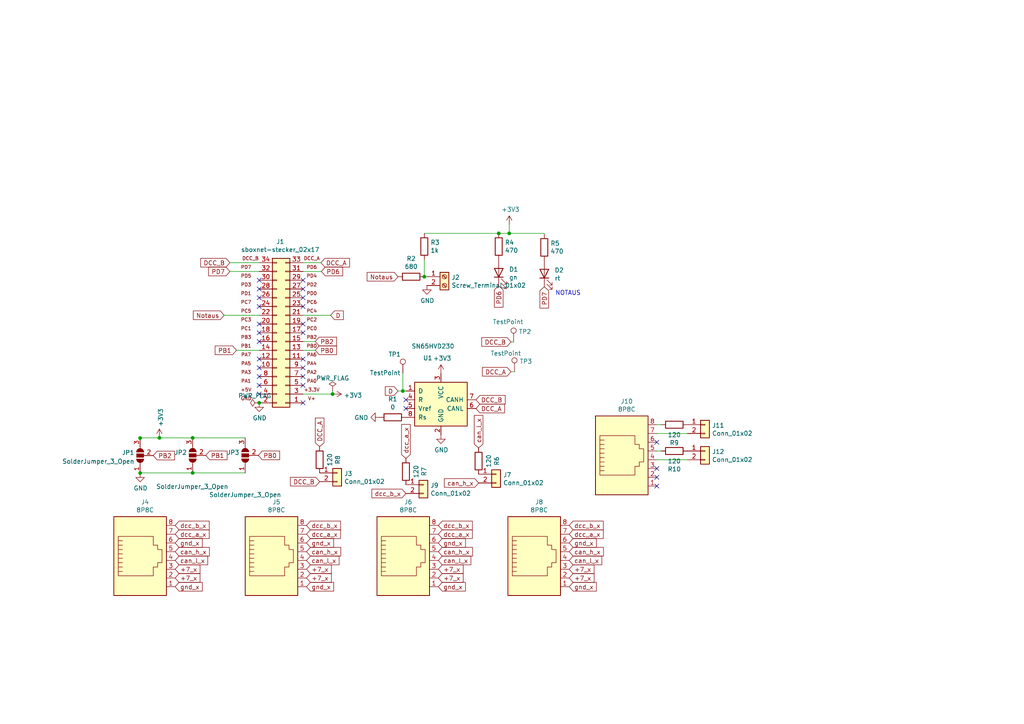
<source format=kicad_sch>
(kicad_sch (version 20211123) (generator eeschema)
  (paper "A4")
  (lib_symbols
    (symbol "Connector:8P8C" (pin_names (offset 1.016))
      (property "Reference" "J" (at -5.08 13.97 0))
      (property "Value" "8P8C" (at 2.54 13.97 0))
      (symbol "8P8C_0_1"
        (polyline (pts (xy -5.08 4.445) (xy -6.35 4.445)))
        (polyline (pts (xy -5.08 5.715) (xy -6.35 5.715)))
        (polyline (pts (xy -6.35 -3.175) (xy -5.08 -3.175) (xy -5.08 -3.175)))
        (polyline (pts (xy -6.35 -1.905) (xy -5.08 -1.905) (xy -5.08 -1.905)))
        (polyline (pts (xy -6.35 -0.635) (xy -5.08 -0.635) (xy -5.08 -0.635)))
        (polyline (pts (xy -6.35 0.635) (xy -5.08 0.635) (xy -5.08 0.635)))
        (polyline (pts (xy -6.35 1.905) (xy -5.08 1.905) (xy -5.08 1.905)))
        (polyline (pts (xy -5.08 3.175) (xy -6.35 3.175) (xy -6.35 3.175)))
        (polyline (pts (xy -6.35 -4.445) (xy -6.35 6.985) (xy 3.81 6.985) (xy 3.81 4.445) (xy 5.08 4.445) (xy 5.08 3.175) (xy 6.35 3.175) (xy 6.35 -0.635) (xy 5.08 -0.635) (xy 5.08 -1.905) (xy 3.81 -1.905) (xy 3.81 -4.445) (xy -6.35 -4.445) (xy -6.35 -4.445)))
        (rectangle (start 7.62 12.7) (end -7.62 -10.16) (stroke (width 0.254)) (fill (type background)))
      )
      (symbol "8P8C_1_1"
        (pin passive line (at 10.16 -7.62 180) (length 2.54) (name "~") (number "1"))
        (pin passive line (at 10.16 -5.08 180) (length 2.54) (name "~") (number "2"))
        (pin passive line (at 10.16 -2.54 180) (length 2.54) (name "~") (number "3"))
        (pin passive line (at 10.16 0 180) (length 2.54) (name "~") (number "4"))
        (pin passive line (at 10.16 2.54 180) (length 2.54) (name "~") (number "5"))
        (pin passive line (at 10.16 5.08 180) (length 2.54) (name "~") (number "6"))
        (pin passive line (at 10.16 7.62 180) (length 2.54) (name "~") (number "7"))
        (pin passive line (at 10.16 10.16 180) (length 2.54) (name "~") (number "8"))
      )
    )
    (symbol "Connector:Screw_Terminal_01x02" (pin_names (offset 1.016) hide)
      (property "Reference" "J" (at 0 2.54 0))
      (property "Value" "Screw_Terminal_01x02" (at 0 -5.08 0))
      (symbol "Screw_Terminal_01x02_1_1"
        (rectangle (start -1.27 1.27) (end 1.27 -3.81) (stroke (width 0.254)) (fill (type background)))
        (circle (center 0 -2.54) (radius 0.635) (stroke (width 0.1524)))
        (polyline (pts (xy -0.5334 -2.2098) (xy 0.3302 -3.048)) (stroke (width 0.1524)))
        (polyline (pts (xy -0.5334 0.3302) (xy 0.3302 -0.508)) (stroke (width 0.1524)))
        (polyline (pts (xy -0.3556 -2.032) (xy 0.508 -2.8702)) (stroke (width 0.1524)))
        (polyline (pts (xy -0.3556 0.508) (xy 0.508 -0.3302)) (stroke (width 0.1524)))
        (circle (center 0 0) (radius 0.635) (stroke (width 0.1524)))
        (pin passive line (at -5.08 0 0) (length 3.81) (name "Pin_1") (number "1"))
        (pin passive line (at -5.08 -2.54 0) (length 3.81) (name "Pin_2") (number "2"))
      )
    )
    (symbol "Connector:TestPoint" (pin_numbers hide) (pin_names (offset 0.762) hide)
      (property "Reference" "TP" (at 0 6.858 0))
      (property "Value" "TestPoint" (at 0 5.08 0))
      (symbol "TestPoint_0_1"
        (circle (center 0 3.302) (radius 0.762))
      )
      (symbol "TestPoint_1_1"
        (pin passive line (at 0 0 90) (length 2.54) (name "1") (number "1"))
      )
    )
    (symbol "Connector_Generic:Conn_01x02" (pin_names (offset 1.016) hide)
      (property "Reference" "J" (at 0 2.54 0))
      (property "Value" "Conn_01x02" (at 0 -5.08 0))
      (symbol "Conn_01x02_1_1"
        (rectangle (start -1.27 -2.413) (end 0 -2.667) (stroke (width 0.1524)))
        (rectangle (start -1.27 0.127) (end 0 -0.127) (stroke (width 0.1524)))
        (rectangle (start -1.27 1.27) (end 1.27 -3.81) (stroke (width 0.254)) (fill (type background)))
        (pin passive line (at -5.08 0 0) (length 3.81) (name "Pin_1") (number "1"))
        (pin passive line (at -5.08 -2.54 0) (length 3.81) (name "Pin_2") (number "2"))
      )
    )
    (symbol "Device:LED" (pin_numbers hide) (pin_names (offset 1.016) hide)
      (property "Reference" "D" (at 0 2.54 0))
      (property "Value" "LED" (at 0 -2.54 0))
      (symbol "LED_0_1"
        (polyline (pts (xy -1.27 -1.27) (xy -1.27 1.27)) (stroke (width 0.254)))
        (polyline (pts (xy -1.27 0) (xy 1.27 0)))
        (polyline (pts (xy 1.27 -1.27) (xy 1.27 1.27) (xy -1.27 0) (xy 1.27 -1.27)) (stroke (width 0.254)))
        (polyline (pts (xy -3.048 -0.762) (xy -4.572 -2.286) (xy -3.81 -2.286) (xy -4.572 -2.286) (xy -4.572 -1.524)))
        (polyline (pts (xy -1.778 -0.762) (xy -3.302 -2.286) (xy -2.54 -2.286) (xy -3.302 -2.286) (xy -3.302 -1.524)))
      )
      (symbol "LED_1_1"
        (pin passive line (at -3.81 0 0) (length 2.54) (name "K") (number "1"))
        (pin passive line (at 3.81 0 180) (length 2.54) (name "A") (number "2"))
      )
    )
    (symbol "Device:R" (pin_numbers hide) (pin_names (offset 0))
      (property "Reference" "R" (at 2.032 0 90))
      (property "Value" "R" (at 0 0 90))
      (symbol "R_0_1"
        (rectangle (start -1.016 -2.54) (end 1.016 2.54) (stroke (width 0.254)))
      )
      (symbol "R_1_1"
        (pin passive line (at 0 3.81 270) (length 1.27) (name "~") (number "1"))
        (pin passive line (at 0 -3.81 90) (length 1.27) (name "~") (number "2"))
      )
    )
    (symbol "Interface_CAN_LIN:SN65HVD230" (pin_names (offset 1.016))
      (property "Reference" "U" (at -2.54 10.16 0))
      (property "Value" "SN65HVD230" (at -2.54 7.62 0))
      (symbol "SN65HVD230_0_1"
        (rectangle (start -7.62 5.08) (end 7.62 -7.62) (stroke (width 0.254)) (fill (type background)))
      )
      (symbol "SN65HVD230_1_1"
        (pin input line (at -10.16 2.54 0) (length 2.54) (name "D") (number "1"))
        (pin power_in line (at 0 -10.16 90) (length 2.54) (name "GND") (number "2"))
        (pin power_in line (at 0 7.62 270) (length 2.54) (name "VCC") (number "3"))
        (pin output line (at -10.16 0 0) (length 2.54) (name "R") (number "4"))
        (pin output line (at -10.16 -2.54 0) (length 2.54) (name "Vref") (number "5"))
        (pin bidirectional line (at 10.16 -2.54 180) (length 2.54) (name "CANL") (number "6"))
        (pin bidirectional line (at 10.16 0 180) (length 2.54) (name "CANH") (number "7"))
        (pin input line (at -10.16 -5.08 0) (length 2.54) (name "Rs") (number "8"))
      )
    )
    (symbol "Jumper:SolderJumper_3_Open" (pin_names (offset 0) hide)
      (property "Reference" "JP" (at -2.54 -2.54 0))
      (property "Value" "SolderJumper_3_Open" (at 0 2.794 0))
      (symbol "SolderJumper_3_Open_0_1"
        (arc (start -1.016 1.016) (mid -2.032 0) (end -1.016 -1.016))
        (arc (start -1.016 1.016) (mid -2.032 0) (end -1.016 -1.016) (fill (type outline)))
        (rectangle (start -0.508 1.016) (end 0.508 -1.016) (fill (type outline)))
        (polyline (pts (xy -2.54 0) (xy -2.032 0)))
        (polyline (pts (xy -1.016 1.016) (xy -1.016 -1.016)))
        (polyline (pts (xy 0 -1.27) (xy 0 -1.016)))
        (polyline (pts (xy 1.016 1.016) (xy 1.016 -1.016)))
        (polyline (pts (xy 2.54 0) (xy 2.032 0)))
        (arc (start 1.016 -1.016) (mid 2.032 0) (end 1.016 1.016))
        (arc (start 1.016 -1.016) (mid 2.032 0) (end 1.016 1.016) (fill (type outline)))
      )
      (symbol "SolderJumper_3_Open_1_1"
        (pin passive line (at -5.08 0 0) (length 2.54) (name "A") (number "1"))
        (pin passive line (at 0 -3.81 90) (length 2.54) (name "C") (number "2"))
        (pin passive line (at 5.08 0 180) (length 2.54) (name "B") (number "3"))
      )
    )
    (symbol "power:+3.3V" (power) (pin_names (offset 0))
      (property "Value" "+3.3V" (at 0 3.556 0))
      (symbol "+3.3V_0_1"
        (polyline (pts (xy -0.762 1.27) (xy 0 2.54)))
        (polyline (pts (xy 0 0) (xy 0 2.54)))
        (polyline (pts (xy 0 2.54) (xy 0.762 1.27)))
      )
      (symbol "+3.3V_1_1"
        (pin power_in line (at 0 0 90) (length 0) hide (name "+3V3") (number "1"))
      )
    )
    (symbol "power:GND" (power) (pin_names (offset 0))
      (property "Value" "GND" (at 0 -3.81 0))
      (symbol "GND_0_1"
        (polyline (pts (xy 0 0) (xy 0 -1.27) (xy 1.27 -1.27) (xy 0 -2.54) (xy -1.27 -1.27) (xy 0 -1.27)))
      )
      (symbol "GND_1_1"
        (pin power_in line (at 0 0 270) (length 0) hide (name "GND") (number "1"))
      )
    )
    (symbol "power:PWR_FLAG" (power) (pin_numbers hide) (pin_names (offset 0) hide)
      (property "Value" "PWR_FLAG" (at 0 3.81 0))
      (symbol "PWR_FLAG_0_0"
        (pin power_out line (at 0 0 90) (length 0) (name "pwr") (number "1"))
      )
      (symbol "PWR_FLAG_0_1"
        (polyline (pts (xy 0 0) (xy 0 1.27) (xy -1.016 1.905) (xy 0 2.54) (xy 1.016 1.905) (xy 0 1.27)))
      )
    )
    (symbol "sboxnet:sboxnet-stecker_02x17" (pin_names (offset 1.016) hide)
      (property "Reference" "J" (at 0 24.13 0))
      (property "Value" "sboxnet-stecker_02x17" (at 1.27 -22.86 0))
      (symbol "sboxnet-stecker_02x17_0_0"
        (text "+3.3V" (at 8.89 -16.51 0) (effects (font (size 0.9906 0.9906))))
        (text "+5V" (at -10.16 -16.51 0) (effects (font (size 0.9906 0.9906))))
        (text "DCC_A" (at 8.89 21.59 0) (effects (font (size 0.9906 0.9906))))
        (text "DCC_B" (at -8.89 21.59 0) (effects (font (size 0.9906 0.9906))))
        (text "GND" (at -10.16 -19.05 0) (effects (font (size 0.9906 0.9906))))
        (text "PA0" (at 8.89 -13.97 0) (effects (font (size 0.9906 0.9906))))
        (text "PA1" (at -10.16 -13.97 0) (effects (font (size 0.9906 0.9906))))
        (text "PA2" (at 8.89 -11.43 0) (effects (font (size 0.9906 0.9906))))
        (text "PA3" (at -10.16 -11.43 0) (effects (font (size 0.9906 0.9906))))
        (text "PA4" (at 8.89 -8.89 0) (effects (font (size 0.9906 0.9906))))
        (text "PA5" (at -10.16 -8.89 0) (effects (font (size 0.9906 0.9906))))
        (text "PA6" (at 8.89 -6.35 0) (effects (font (size 0.9906 0.9906))))
        (text "PA7" (at -10.16 -6.35 0) (effects (font (size 0.9906 0.9906))))
        (text "PB0" (at 8.89 -3.81 0) (effects (font (size 0.9906 0.9906))))
        (text "PB1" (at -10.16 -3.81 0) (effects (font (size 0.9906 0.9906))))
        (text "PB2" (at 8.89 -1.27 0) (effects (font (size 0.9906 0.9906))))
        (text "PB3" (at -10.16 -1.27 0) (effects (font (size 0.9906 0.9906))))
        (text "PC0" (at 8.89 1.27 0) (effects (font (size 0.9906 0.9906))))
        (text "PC1" (at -10.16 1.27 0) (effects (font (size 0.9906 0.9906))))
        (text "PC2" (at 8.89 3.81 0) (effects (font (size 0.9906 0.9906))))
        (text "PC3" (at -10.16 3.81 0) (effects (font (size 0.9906 0.9906))))
        (text "PC4" (at 8.89 6.35 0) (effects (font (size 0.9906 0.9906))))
        (text "PC5" (at -10.16 6.35 0) (effects (font (size 0.9906 0.9906))))
        (text "PC6" (at 8.89 8.89 0) (effects (font (size 0.9906 0.9906))))
        (text "PC7" (at -10.16 8.89 0) (effects (font (size 0.9906 0.9906))))
        (text "PD0" (at 8.89 11.43 0) (effects (font (size 0.9906 0.9906))))
        (text "PD1" (at -10.16 11.43 0) (effects (font (size 0.9906 0.9906))))
        (text "PD2" (at 8.89 13.97 0) (effects (font (size 0.9906 0.9906))))
        (text "PD3" (at -10.16 13.97 0) (effects (font (size 0.9906 0.9906))))
        (text "PD4" (at 8.89 16.51 0) (effects (font (size 0.9906 0.9906))))
        (text "PD5" (at -10.16 16.51 0) (effects (font (size 0.9906 0.9906))))
        (text "PD6" (at 8.89 19.05 0) (effects (font (size 0.9906 0.9906))))
        (text "PD7" (at -10.16 19.05 0) (effects (font (size 0.9906 0.9906))))
        (text "V+" (at 8.89 -19.05 0) (effects (font (size 0.9906 0.9906))))
      )
      (symbol "sboxnet-stecker_02x17_1_1"
        (rectangle (start -2.54 -21.59) (end 2.54 21.59) (stroke (width 0.254)) (fill (type background)))
        (rectangle (start -2.54 -20.447) (end -1.27 -20.193) (stroke (width 0.1524)))
        (rectangle (start -2.54 -17.907) (end -1.27 -17.653) (stroke (width 0.1524)))
        (rectangle (start -2.54 -15.367) (end -1.27 -15.113) (stroke (width 0.1524)))
        (rectangle (start -2.54 -12.827) (end -1.27 -12.573) (stroke (width 0.1524)))
        (rectangle (start -2.54 -10.287) (end -1.27 -10.033) (stroke (width 0.1524)))
        (rectangle (start -2.54 -7.747) (end -1.27 -7.493) (stroke (width 0.1524)))
        (rectangle (start -2.54 -5.207) (end -1.27 -4.953) (stroke (width 0.1524)))
        (rectangle (start -2.54 -2.667) (end -1.27 -2.413) (stroke (width 0.1524)))
        (rectangle (start -2.54 -0.127) (end -1.27 0.127) (stroke (width 0.1524)))
        (rectangle (start -2.54 2.413) (end -1.27 2.667) (stroke (width 0.1524)))
        (rectangle (start -2.54 4.953) (end -1.27 5.207) (stroke (width 0.1524)))
        (rectangle (start -2.54 7.493) (end -1.27 7.747) (stroke (width 0.1524)))
        (rectangle (start -2.54 10.033) (end -1.27 10.287) (stroke (width 0.1524)))
        (rectangle (start -2.54 12.573) (end -1.27 12.827) (stroke (width 0.1524)))
        (rectangle (start -2.54 15.113) (end -1.27 15.367) (stroke (width 0.1524)))
        (rectangle (start -2.54 17.653) (end -1.27 17.907) (stroke (width 0.1524)))
        (rectangle (start -2.54 20.193) (end -1.27 20.447) (stroke (width 0.1524)))
        (rectangle (start 2.54 -20.447) (end 1.27 -20.193) (stroke (width 0.1524)))
        (rectangle (start 2.54 -17.907) (end 1.27 -17.653) (stroke (width 0.1524)))
        (rectangle (start 2.54 -15.367) (end 1.27 -15.113) (stroke (width 0.1524)))
        (rectangle (start 2.54 -12.827) (end 1.27 -12.573) (stroke (width 0.1524)))
        (rectangle (start 2.54 -10.287) (end 1.27 -10.033) (stroke (width 0.1524)))
        (rectangle (start 2.54 -7.747) (end 1.27 -7.493) (stroke (width 0.1524)))
        (rectangle (start 2.54 -5.207) (end 1.27 -4.953) (stroke (width 0.1524)))
        (rectangle (start 2.54 -2.667) (end 1.27 -2.413) (stroke (width 0.1524)))
        (rectangle (start 2.54 -0.127) (end 1.27 0.127) (stroke (width 0.1524)))
        (rectangle (start 2.54 2.413) (end 1.27 2.667) (stroke (width 0.1524)))
        (rectangle (start 2.54 4.953) (end 1.27 5.207) (stroke (width 0.1524)))
        (rectangle (start 2.54 7.493) (end 1.27 7.747) (stroke (width 0.1524)))
        (rectangle (start 2.54 10.033) (end 1.27 10.287) (stroke (width 0.1524)))
        (rectangle (start 2.54 12.573) (end 1.27 12.827) (stroke (width 0.1524)))
        (rectangle (start 2.54 15.113) (end 1.27 15.367) (stroke (width 0.1524)))
        (rectangle (start 2.54 17.653) (end 1.27 17.907) (stroke (width 0.1524)))
        (rectangle (start 2.54 20.193) (end 1.27 20.447) (stroke (width 0.1524)))
        (pin passive line (at 6.35 -20.32 180) (length 3.81) (name "Pin_1") (number "1"))
        (pin passive line (at -6.35 -10.16 0) (length 3.81) (name "Pin_10") (number "10"))
        (pin passive line (at 6.35 -7.62 180) (length 3.81) (name "Pin_11") (number "11"))
        (pin passive line (at -6.35 -7.62 0) (length 3.81) (name "Pin_12") (number "12"))
        (pin passive line (at 6.35 -5.08 180) (length 3.81) (name "Pin_13") (number "13"))
        (pin passive line (at -6.35 -5.08 0) (length 3.81) (name "Pin_14") (number "14"))
        (pin passive line (at 6.35 -2.54 180) (length 3.81) (name "Pin_15") (number "15"))
        (pin passive line (at -6.35 -2.54 0) (length 3.81) (name "Pin_16") (number "16"))
        (pin passive line (at 6.35 0 180) (length 3.81) (name "Pin_17") (number "17"))
        (pin passive line (at -6.35 0 0) (length 3.81) (name "Pin_18") (number "18"))
        (pin passive line (at 6.35 2.54 180) (length 3.81) (name "Pin_19") (number "19"))
        (pin passive line (at -6.35 -20.32 0) (length 3.81) (name "Pin_2") (number "2"))
        (pin passive line (at -6.35 2.54 0) (length 3.81) (name "Pin_20") (number "20"))
        (pin passive line (at 6.35 5.08 180) (length 3.81) (name "Pin_21") (number "21"))
        (pin passive line (at -6.35 5.08 0) (length 3.81) (name "Pin_22") (number "22"))
        (pin passive line (at 6.35 7.62 180) (length 3.81) (name "Pin_23") (number "23"))
        (pin passive line (at -6.35 7.62 0) (length 3.81) (name "Pin_24") (number "24"))
        (pin passive line (at 6.35 10.16 180) (length 3.81) (name "Pin_25") (number "25"))
        (pin passive line (at -6.35 10.16 0) (length 3.81) (name "Pin_26") (number "26"))
        (pin passive line (at 6.35 12.7 180) (length 3.81) (name "Pin_27") (number "27"))
        (pin passive line (at -6.35 12.7 0) (length 3.81) (name "Pin_28") (number "28"))
        (pin passive line (at 6.35 15.24 180) (length 3.81) (name "Pin_29") (number "29"))
        (pin passive line (at 6.35 -17.78 180) (length 3.81) (name "Pin_3") (number "3"))
        (pin passive line (at -6.35 15.24 0) (length 3.81) (name "Pin_30") (number "30"))
        (pin passive line (at 6.35 17.78 180) (length 3.81) (name "Pin_31") (number "31"))
        (pin passive line (at -6.35 17.78 0) (length 3.81) (name "PD7") (number "32"))
        (pin passive line (at 6.35 20.32 180) (length 3.81) (name "Pin_33") (number "33"))
        (pin passive line (at -6.35 20.32 0) (length 3.81) (name "Pin_34") (number "34"))
        (pin passive line (at -6.35 -17.78 0) (length 3.81) (name "Pin_4") (number "4"))
        (pin passive line (at 6.35 -15.24 180) (length 3.81) (name "Pin_5") (number "5"))
        (pin passive line (at -6.35 -15.24 0) (length 3.81) (name "Pin_6") (number "6"))
        (pin passive line (at 6.35 -12.7 180) (length 3.81) (name "Pin_7") (number "7"))
        (pin passive line (at -6.35 -12.7 0) (length 3.81) (name "Pin_8") (number "8"))
        (pin passive line (at 6.35 -10.16 180) (length 3.81) (name "Pin_9") (number "9"))
      )
    )
  )
  (junction (at 116.84 113.411))
  (junction (at 123.063 80.264))
  (junction (at 147.701 67.691))
  (junction (at 40.64 127.0508))
  (junction (at 46.228 127))
  (junction (at 96.4692 114.3))
  (junction (at 144.653 67.691))
  (junction (at 75.184 116.84))
  (junction (at 55.88 127))
  (junction (at 55.88 137.16))
  (junction (at 40.64 137.2108))
  (no_connect (at 87.884 111.76))
  (no_connect (at 190.5 140.97))
  (no_connect (at 190.5 138.43))
  (no_connect (at 75.184 93.98))
  (no_connect (at 75.184 111.76))
  (no_connect (at 75.184 86.36))
  (no_connect (at 117.729 115.951))
  (no_connect (at 87.884 93.98))
  (no_connect (at 87.884 88.9))
  (no_connect (at 87.884 83.82))
  (no_connect (at 75.184 83.82))
  (no_connect (at 87.884 104.14))
  (no_connect (at 75.184 96.52))
  (no_connect (at 75.184 88.9))
  (no_connect (at 117.729 118.491))
  (no_connect (at 87.884 109.22))
  (no_connect (at 75.184 114.3))
  (no_connect (at 87.884 81.28))
  (no_connect (at 75.184 106.68))
  (no_connect (at 87.884 86.36))
  (no_connect (at 87.884 116.84))
  (no_connect (at 75.184 104.14))
  (no_connect (at 75.184 109.22))
  (no_connect (at 75.184 81.28))
  (no_connect (at 75.184 99.06))
  (no_connect (at 87.884 106.68))
  (no_connect (at 190.5 128.27))
  (no_connect (at 190.5 135.89))
  (no_connect (at 87.884 96.52))
  (wire (pts (xy 87.884 76.2) (xy 93.091 76.2)))
  (wire (pts (xy 123.063 80.264) (xy 123.825 80.264)))
  (wire (pts (xy 93.218 78.74) (xy 87.884 78.74)))
  (wire (pts (xy 55.88 127) (xy 71.12 127)))
  (wire (pts (xy 66.675 76.2) (xy 75.184 76.2)))
  (wire (pts (xy 55.88 137.16) (xy 71.12 137.16)))
  (wire (pts (xy 87.884 99.06) (xy 91.44 99.06)))
  (wire (pts (xy 148.209 99.187) (xy 148.971 99.187)))
  (wire (pts (xy 147.701 65.151) (xy 147.701 67.691)))
  (wire (pts (xy 116.84 113.411) (xy 117.729 113.411)))
  (wire (pts (xy 115.443 113.411) (xy 116.84 113.411)))
  (wire (pts (xy 190.5 133.35) (xy 199.39 133.35)))
  (wire (pts (xy 46.228 127) (xy 55.88 127)))
  (wire (pts (xy 40.64 137.16) (xy 55.88 137.16)))
  (wire (pts (xy 147.701 67.691) (xy 157.861 67.691)))
  (wire (pts (xy 68.58 101.6) (xy 75.184 101.6)))
  (wire (pts (xy 123.063 67.691) (xy 144.653 67.691)))
  (wire (pts (xy 87.884 114.3) (xy 96.4692 114.3)))
  (wire (pts (xy 96.4692 113.284) (xy 96.4692 114.3)))
  (wire (pts (xy 87.884 91.44) (xy 95.885 91.44)))
  (wire (pts (xy 40.64 137.16) (xy 40.64 137.2108)))
  (wire (pts (xy 123.063 75.311) (xy 123.063 80.264)))
  (wire (pts (xy 66.675 78.74) (xy 75.184 78.74)))
  (wire (pts (xy 87.884 101.6) (xy 91.44 101.6)))
  (wire (pts (xy 40.64 127) (xy 40.64 127.0508)))
  (wire (pts (xy 157.861 67.691) (xy 157.861 67.945)))
  (wire (pts (xy 148.209 107.823) (xy 149.225 107.823)))
  (wire (pts (xy 40.64 127) (xy 46.228 127)))
  (wire (pts (xy 65.024 91.44) (xy 75.184 91.44)))
  (wire (pts (xy 190.5 123.19) (xy 191.77 123.19)))
  (wire (pts (xy 190.5 130.81) (xy 191.77 130.81)))
  (wire (pts (xy 116.84 108.204) (xy 116.84 113.411)))
  (wire (pts (xy 144.653 67.691) (xy 147.701 67.691)))
  (wire (pts (xy 190.5 125.73) (xy 199.39 125.73)))
  (text "NOTAUS" (at 161.036 85.852 0) (effects (font (size 1.27 1.27)) (justify left bottom)))
  (global_label "gnd_x" (shape input) (at 127.127 157.48 0) (property "Referenzen zwischen Schaltplänen" "${INTERSHEET_REFS}" (effects hide)))
  (global_label "dcc_a_x" (shape input) (at 165.1 154.94 0) (property "Referenzen zwischen Schaltplänen" "${INTERSHEET_REFS}" (effects hide)))
  (global_label "can_l_x" (shape input) (at 50.8 162.56 0) (property "Referenzen zwischen Schaltplänen" "${INTERSHEET_REFS}" (effects hide)))
  (global_label "dcc_a_x" (shape input) (at 117.729 132.969 90) (property "Referenzen zwischen Schaltplänen" "${INTERSHEET_REFS}" (effects hide)))
  (global_label "can_l_x" (shape input) (at 165.1 162.56 0) (property "Referenzen zwischen Schaltplänen" "${INTERSHEET_REFS}" (effects hide)))
  (global_label "PD6" (shape input) (at 93.218 78.74 0) (property "Referenzen zwischen Schaltplänen" "${INTERSHEET_REFS}" (effects hide)))
  (global_label "+7_x" (shape input) (at 50.8 165.1 0) (property "Referenzen zwischen Schaltplänen" "${INTERSHEET_REFS}" (effects hide)))
  (global_label "can_l_x" (shape input) (at 88.9 162.56 0) (property "Referenzen zwischen Schaltplänen" "${INTERSHEET_REFS}" (effects hide)))
  (global_label "can_l_x" (shape input) (at 138.811 129.921 90) (property "Referenzen zwischen Schaltplänen" "${INTERSHEET_REFS}" (effects hide)))
  (global_label "can_h_x" (shape input) (at 88.9 160.02 0) (property "Referenzen zwischen Schaltplänen" "${INTERSHEET_REFS}" (effects hide)))
  (global_label "can_h_x" (shape input) (at 138.811 140.081 180) (property "Referenzen zwischen Schaltplänen" "${INTERSHEET_REFS}" (effects hide)))
  (global_label "gnd_x" (shape input) (at 165.1 157.48 0) (property "Referenzen zwischen Schaltplänen" "${INTERSHEET_REFS}" (effects hide)))
  (global_label "gnd_x" (shape input) (at 165.1 170.18 0) (property "Referenzen zwischen Schaltplänen" "${INTERSHEET_REFS}" (effects hide)))
  (global_label "dcc_b_x" (shape input) (at 127.127 152.4 0) (property "Referenzen zwischen Schaltplänen" "${INTERSHEET_REFS}" (effects hide)))
  (global_label "gnd_x" (shape input) (at 88.9 170.18 0) (property "Referenzen zwischen Schaltplänen" "${INTERSHEET_REFS}" (effects hide)))
  (global_label "dcc_b_x" (shape input) (at 117.729 143.129 180) (property "Referenzen zwischen Schaltplänen" "${INTERSHEET_REFS}" (effects hide)))
  (global_label "dcc_b_x" (shape input) (at 165.1 152.4 0) (property "Referenzen zwischen Schaltplänen" "${INTERSHEET_REFS}" (effects hide)))
  (global_label "DCC_A" (shape input) (at 93.091 76.2 0) (property "Referenzen zwischen Schaltplänen" "${INTERSHEET_REFS}" (effects hide)))
  (global_label "PB0" (shape input) (at 74.93 132.08 0) (property "Referenzen zwischen Schaltplänen" "${INTERSHEET_REFS}" (effects hide)))
  (global_label "Notaus" (shape input) (at 65.024 91.44 180) (property "Referenzen zwischen Schaltplänen" "${INTERSHEET_REFS}" (effects hide)))
  (global_label "D" (shape input) (at 115.443 113.411 180) (property "Referenzen zwischen Schaltplänen" "${INTERSHEET_REFS}" (effects hide)))
  (global_label "DCC_A" (shape input) (at 138.049 118.491 0) (property "Referenzen zwischen Schaltplänen" "${INTERSHEET_REFS}" (effects hide)))
  (global_label "PB2" (shape input) (at 91.44 99.06 0) (property "Referenzen zwischen Schaltplänen" "${INTERSHEET_REFS}" (effects hide)))
  (global_label "PD7" (shape input) (at 157.861 83.185 270) (property "Referenzen zwischen Schaltplänen" "${INTERSHEET_REFS}" (effects hide)))
  (global_label "can_l_x" (shape input) (at 127.127 162.56 0) (property "Referenzen zwischen Schaltplänen" "${INTERSHEET_REFS}" (effects hide)))
  (global_label "can_h_x" (shape input) (at 165.1 160.02 0) (property "Referenzen zwischen Schaltplänen" "${INTERSHEET_REFS}" (effects hide)))
  (global_label "DCC_B" (shape input) (at 148.209 99.187 180) (property "Referenzen zwischen Schaltplänen" "${INTERSHEET_REFS}" (effects hide)))
  (global_label "dcc_a_x" (shape input) (at 127.127 154.94 0) (property "Referenzen zwischen Schaltplänen" "${INTERSHEET_REFS}" (effects hide)))
  (global_label "PB1" (shape input) (at 59.69 132.08 0) (property "Referenzen zwischen Schaltplänen" "${INTERSHEET_REFS}" (effects hide)))
  (global_label "PD7" (shape input) (at 66.675 78.74 180) (property "Referenzen zwischen Schaltplänen" "${INTERSHEET_REFS}" (effects hide)))
  (global_label "dcc_b_x" (shape input) (at 88.9 152.4 0) (property "Referenzen zwischen Schaltplänen" "${INTERSHEET_REFS}" (effects hide)))
  (global_label "+7_x" (shape input) (at 165.1 165.1 0) (property "Referenzen zwischen Schaltplänen" "${INTERSHEET_REFS}" (effects hide)))
  (global_label "DCC_A" (shape input) (at 148.209 107.823 180) (property "Referenzen zwischen Schaltplänen" "${INTERSHEET_REFS}" (effects hide)))
  (global_label "D" (shape input) (at 95.885 91.44 0) (property "Referenzen zwischen Schaltplänen" "${INTERSHEET_REFS}" (effects hide)))
  (global_label "dcc_a_x" (shape input) (at 50.8 154.94 0) (property "Referenzen zwischen Schaltplänen" "${INTERSHEET_REFS}" (effects hide)))
  (global_label "+7_x" (shape input) (at 88.9 167.64 0) (property "Referenzen zwischen Schaltplänen" "${INTERSHEET_REFS}" (effects hide)))
  (global_label "dcc_b_x" (shape input) (at 50.8 152.4 0) (property "Referenzen zwischen Schaltplänen" "${INTERSHEET_REFS}" (effects hide)))
  (global_label "+7_x" (shape input) (at 127.127 167.64 0) (property "Referenzen zwischen Schaltplänen" "${INTERSHEET_REFS}" (effects hide)))
  (global_label "gnd_x" (shape input) (at 88.9 157.48 0) (property "Referenzen zwischen Schaltplänen" "${INTERSHEET_REFS}" (effects hide)))
  (global_label "dcc_a_x" (shape input) (at 88.9 154.94 0) (property "Referenzen zwischen Schaltplänen" "${INTERSHEET_REFS}" (effects hide)))
  (global_label "gnd_x" (shape input) (at 127.127 170.18 0) (property "Referenzen zwischen Schaltplänen" "${INTERSHEET_REFS}" (effects hide)))
  (global_label "Notaus" (shape input) (at 115.443 80.264 180) (property "Referenzen zwischen Schaltplänen" "${INTERSHEET_REFS}" (effects hide)))
  (global_label "PB0" (shape input) (at 91.44 101.6 0) (property "Referenzen zwischen Schaltplänen" "${INTERSHEET_REFS}" (effects hide)))
  (global_label "can_h_x" (shape input) (at 127.127 160.02 0) (property "Referenzen zwischen Schaltplänen" "${INTERSHEET_REFS}" (effects hide)))
  (global_label "+7_x" (shape input) (at 88.9 165.1 0) (property "Referenzen zwischen Schaltplänen" "${INTERSHEET_REFS}" (effects hide)))
  (global_label "+7_x" (shape input) (at 165.1 167.64 0) (property "Referenzen zwischen Schaltplänen" "${INTERSHEET_REFS}" (effects hide)))
  (global_label "+7_x" (shape input) (at 50.8 167.64 0) (property "Referenzen zwischen Schaltplänen" "${INTERSHEET_REFS}" (effects hide)))
  (global_label "PB1" (shape input) (at 68.58 101.6 180) (property "Referenzen zwischen Schaltplänen" "${INTERSHEET_REFS}" (effects hide)))
  (global_label "gnd_x" (shape input) (at 50.8 170.18 0) (property "Referenzen zwischen Schaltplänen" "${INTERSHEET_REFS}" (effects hide)))
  (global_label "DCC_B" (shape input) (at 138.049 115.951 0) (property "Referenzen zwischen Schaltplänen" "${INTERSHEET_REFS}" (effects hide)))
  (global_label "DCC_B" (shape input) (at 66.675 76.2 180) (property "Referenzen zwischen Schaltplänen" "${INTERSHEET_REFS}" (effects hide)))
  (global_label "can_h_x" (shape input) (at 50.8 160.02 0) (property "Referenzen zwischen Schaltplänen" "${INTERSHEET_REFS}" (effects hide)))
  (global_label "+7_x" (shape input) (at 127.127 165.1 0) (property "Referenzen zwischen Schaltplänen" "${INTERSHEET_REFS}" (effects hide)))
  (global_label "DCC_A" (shape input) (at 92.71 129.54 90) (property "Referenzen zwischen Schaltplänen" "${INTERSHEET_REFS}" (effects hide)))
  (global_label "DCC_B" (shape input) (at 92.71 139.7 180) (property "Referenzen zwischen Schaltplänen" "${INTERSHEET_REFS}" (effects hide)))
  (global_label "PB2" (shape input) (at 44.45 132.1308 0) (property "Referenzen zwischen Schaltplänen" "${INTERSHEET_REFS}" (effects hide)))
  (global_label "PD6" (shape input) (at 144.653 82.931 270) (property "Referenzen zwischen Schaltplänen" "${INTERSHEET_REFS}" (effects hide)))
  (global_label "gnd_x" (shape input) (at 50.8 157.48 0) (property "Referenzen zwischen Schaltplänen" "${INTERSHEET_REFS}" (effects hide)))
  (symbol (lib_id "sboxnet:sboxnet-stecker_02x17") (at 81.534 96.52 0) (unit 1)
    (property "Reference" "J1" (at 81.28 70.104 0))
    (property "Value" "sboxnet-stecker_02x17" (at 81.28 72.4154 0))
    (property "Footprint" "sboxnet:sboxnet-stecker-2x17" (effects hide))
  )
  (symbol (lib_id "power:GND") (at 75.184 116.84 0) (unit 1)
    (property "Reference" "#PWR0101" (effects hide))
    (property "Value" "GND" (at 75.311 121.2342 0))
  )
  (symbol (lib_id "power:+3.3V") (at 96.4692 114.3 270) (unit 1)
    (property "Reference" "#PWR0102" (effects hide))
    (property "Value" "+3.3V" (at 99.7204 114.681 90) (effects (justify left)))
  )
  (symbol (lib_id "Interface_CAN_LIN:SN65HVD230") (at 127.889 115.951 0) (unit 1)
    (property "Reference" "U1" (at 124.0536 103.8352 0))
    (property "Value" "SN65HVD230" (at 125.5776 100.4316 0))
    (property "Footprint" "Package_SO:SOIC-8_3.9x4.9mm_P1.27mm" (effects hide))
    (property "Datasheet" "http://www.ti.com/lit/ds/symlink/sn65hvd230.pdf" (effects hide))
  )
  (symbol (lib_id "power:+3.3V") (at 127.889 108.331 0) (unit 1)
    (property "Reference" "#PWR0103" (effects hide))
    (property "Value" "+3.3V" (at 128.27 103.9368 0))
  )
  (symbol (lib_id "power:GND") (at 127.889 126.111 0) (unit 1)
    (property "Reference" "#PWR0104" (effects hide))
    (property "Value" "GND" (at 128.016 130.5052 0))
  )
  (symbol (lib_id "Device:R") (at 113.919 121.031 270) (unit 1)
    (property "Reference" "R1" (at 113.919 115.7732 90))
    (property "Value" "0" (at 113.919 118.0846 90))
    (property "Footprint" "Resistor_SMD:R_1206_3216Metric" (effects hide))
  )
  (symbol (lib_id "power:GND") (at 110.109 121.031 270) (unit 1)
    (property "Reference" "#PWR0105" (effects hide))
    (property "Value" "GND" (at 106.8578 121.158 90) (effects (justify right)))
  )
  (symbol (lib_id "Device:R") (at 144.653 71.501 180) (unit 1)
    (property "Reference" "R4" (at 146.431 70.3326 0) (effects (justify right)))
    (property "Value" "470" (at 146.431 72.644 0) (effects (justify right)))
    (property "Footprint" "Resistor_SMD:R_1206_3216Metric" (effects hide))
  )
  (symbol (lib_id "Device:R") (at 157.861 71.755 180) (unit 1)
    (property "Reference" "R5" (at 159.639 70.5866 0) (effects (justify right)))
    (property "Value" "470" (at 159.639 72.898 0) (effects (justify right)))
    (property "Footprint" "Resistor_SMD:R_1206_3216Metric" (effects hide))
  )
  (symbol (lib_id "Device:LED") (at 144.653 79.121 90) (unit 1)
    (property "Reference" "D1" (at 147.6248 78.1304 90) (effects (justify right)))
    (property "Value" "gn" (at 147.6248 80.4418 90) (effects (justify right)))
    (property "Footprint" "LED_THT:LED_D3.0mm" (effects hide))
  )
  (symbol (lib_id "Device:LED") (at 157.861 79.375 90) (unit 1)
    (property "Reference" "D2" (at 160.8328 78.3844 90) (effects (justify right)))
    (property "Value" "rt" (at 160.8328 80.6958 90) (effects (justify right)))
    (property "Footprint" "LED_THT:LED_D3.0mm" (effects hide))
  )
  (symbol (lib_id "power:+3.3V") (at 147.701 65.151 0) (unit 1)
    (property "Reference" "#PWR0106" (effects hide))
    (property "Value" "+3.3V" (at 148.082 60.7568 0))
  )
  (symbol (lib_id "Device:R") (at 123.063 71.501 180) (unit 1)
    (property "Reference" "R3" (at 124.841 70.3326 0) (effects (justify right)))
    (property "Value" "1k" (at 124.841 72.644 0) (effects (justify right)))
    (property "Footprint" "Resistor_SMD:R_1206_3216Metric" (effects hide))
  )
  (symbol (lib_id "power:GND") (at 123.825 82.804 0) (unit 1)
    (property "Reference" "#PWR0107" (effects hide))
    (property "Value" "GND" (at 123.952 87.1982 0))
  )
  (symbol (lib_id "Device:R") (at 119.253 80.264 90) (unit 1)
    (property "Reference" "R2" (at 119.253 75.0062 90))
    (property "Value" "680" (at 119.253 77.3176 90))
    (property "Footprint" "Resistor_SMD:R_1206_3216Metric" (effects hide))
  )
  (symbol (lib_id "Connector:Screw_Terminal_01x02") (at 128.905 80.264 0) (unit 1)
    (property "Reference" "J2" (at 130.937 80.4672 0) (effects (justify left)))
    (property "Value" "Screw_Terminal_01x02" (at 130.937 82.7786 0) (effects (justify left)))
    (property "Footprint" "TerminalBlock:TerminalBlock_Altech_AK300-2_P5.00mm" (effects hide))
  )
  (symbol (lib_id "Connector:TestPoint") (at 116.84 108.204 0) (unit 1)
    (property "Reference" "TP1" (at 112.6236 102.7684 0) (effects (justify left)))
    (property "Value" "TestPoint" (at 107.2388 108.1532 0) (effects (justify left)))
    (property "Footprint" "Connector_PinHeader_2.54mm:PinHeader_1x01_P2.54mm_Vertical" (effects hide))
  )
  (symbol (lib_id "Connector:TestPoint") (at 148.971 99.187 0) (unit 1)
    (property "Reference" "TP2" (at 150.4442 96.1898 0) (effects (justify left)))
    (property "Value" "TestPoint" (at 142.875 93.345 0) (effects (justify left)))
    (property "Footprint" "Connector_PinHeader_2.54mm:PinHeader_1x01_P2.54mm_Vertical" (effects hide))
  )
  (symbol (lib_id "Connector:TestPoint") (at 149.225 107.823 0) (unit 1)
    (property "Reference" "TP3" (at 150.6982 104.8258 0) (effects (justify left)))
    (property "Value" "TestPoint" (at 142.24 102.489 0) (effects (justify left)))
    (property "Footprint" "Connector_PinHeader_2.54mm:PinHeader_1x01_P2.54mm_Vertical" (effects hide))
  )
  (symbol (lib_id "Connector_Generic:Conn_01x02") (at 97.79 137.16 0) (unit 1)
    (property "Reference" "J3" (at 99.822 137.3632 0) (effects (justify left)))
    (property "Value" "Conn_01x02" (at 99.822 139.6746 0) (effects (justify left)))
    (property "Footprint" "Connector_PinHeader_2.54mm:PinHeader_1x02_P2.54mm_Vertical" (effects hide))
  )
  (symbol (lib_id "Device:R") (at 92.71 133.35 180) (unit 1)
    (property "Reference" "R8" (at 97.9678 133.35 90))
    (property "Value" "120" (at 95.6564 133.35 90))
    (property "Footprint" "Resistor_SMD:R_1206_3216Metric" (effects hide))
  )
  (symbol (lib_id "Connector:8P8C") (at 40.64 162.56 0) (unit 1)
    (property "Reference" "J4" (at 42.0878 145.6182 0))
    (property "Value" "8P8C" (at 42.0878 147.9296 0))
    (property "Footprint" "sboxnet:8p8c-mebp" (effects hide))
  )
  (symbol (lib_id "Connector:8P8C") (at 78.74 162.56 0) (unit 1)
    (property "Reference" "J5" (at 80.1878 145.6182 0))
    (property "Value" "8P8C" (at 80.1878 147.9296 0))
    (property "Footprint" "sboxnet:8p8c-mebp" (effects hide))
  )
  (symbol (lib_id "Connector:8P8C") (at 180.34 133.35 0) (unit 1)
    (property "Reference" "J10" (at 181.7878 116.4082 0))
    (property "Value" "8P8C" (at 181.7878 118.7196 0))
    (property "Footprint" "sboxnet:8p8c-mebp" (effects hide))
  )
  (symbol (lib_id "Connector_Generic:Conn_01x02") (at 204.47 123.19 0) (unit 1)
    (property "Reference" "J11" (at 206.502 123.3932 0) (effects (justify left)))
    (property "Value" "Conn_01x02" (at 206.502 125.7046 0) (effects (justify left)))
    (property "Footprint" "Connector_PinHeader_2.54mm:PinHeader_1x02_P2.54mm_Vertical" (effects hide))
  )
  (symbol (lib_id "Connector:8P8C") (at 116.967 162.56 0) (unit 1)
    (property "Reference" "J6" (at 118.4148 145.6182 0))
    (property "Value" "8P8C" (at 118.4148 147.9296 0))
    (property "Footprint" "sboxnet:8p8c-mebp" (effects hide))
  )
  (symbol (lib_id "Device:R") (at 195.58 130.81 90) (unit 1)
    (property "Reference" "R10" (at 195.58 136.0678 90))
    (property "Value" "120" (at 195.58 133.7564 90))
    (property "Footprint" "Resistor_SMD:R_1206_3216Metric" (effects hide))
  )
  (symbol (lib_id "Connector_Generic:Conn_01x02") (at 204.47 130.81 0) (unit 1)
    (property "Reference" "J12" (at 206.502 131.0132 0) (effects (justify left)))
    (property "Value" "Conn_01x02" (at 206.502 133.3246 0) (effects (justify left)))
    (property "Footprint" "Connector_PinHeader_2.54mm:PinHeader_1x02_P2.54mm_Vertical" (effects hide))
  )
  (symbol (lib_id "Connector:8P8C") (at 154.94 162.56 0) (unit 1)
    (property "Reference" "J8" (at 156.3878 145.6182 0))
    (property "Value" "8P8C" (at 156.3878 147.9296 0))
    (property "Footprint" "sboxnet:8p8c-mebp" (effects hide))
  )
  (symbol (lib_id "Device:R") (at 195.58 123.19 90) (unit 1)
    (property "Reference" "R9" (at 195.58 128.4478 90))
    (property "Value" "120" (at 195.58 126.1364 90))
    (property "Footprint" "Resistor_SMD:R_1206_3216Metric" (effects hide))
  )
  (symbol (lib_id "Connector_Generic:Conn_01x02") (at 143.891 137.541 0) (unit 1)
    (property "Reference" "J7" (at 145.923 137.7442 0) (effects (justify left)))
    (property "Value" "Conn_01x02" (at 145.923 140.0556 0) (effects (justify left)))
    (property "Footprint" "Connector_PinHeader_2.54mm:PinHeader_1x02_P2.54mm_Vertical" (effects hide))
  )
  (symbol (lib_id "Device:R") (at 138.811 133.731 180) (unit 1)
    (property "Reference" "R6" (at 144.0688 133.731 90))
    (property "Value" "120" (at 141.7574 133.731 90))
    (property "Footprint" "Resistor_SMD:R_1206_3216Metric" (effects hide))
  )
  (symbol (lib_id "Device:R") (at 117.729 136.779 180) (unit 1)
    (property "Reference" "R7" (at 122.9868 136.779 90))
    (property "Value" "120" (at 120.6754 136.779 90))
    (property "Footprint" "Resistor_SMD:R_1206_3216Metric" (effects hide))
  )
  (symbol (lib_id "Connector_Generic:Conn_01x02") (at 122.809 140.589 0) (unit 1)
    (property "Reference" "J9" (at 124.841 140.7922 0) (effects (justify left)))
    (property "Value" "Conn_01x02" (at 124.841 143.1036 0) (effects (justify left)))
    (property "Footprint" "Connector_PinHeader_2.54mm:PinHeader_1x02_P2.54mm_Vertical" (effects hide))
  )
  (symbol (lib_id "Jumper:SolderJumper_3_Open") (at 55.88 132.08 90) (unit 1)
    (property "Reference" "JP2" (at 54.2291 131.2453 90) (effects (justify left)))
    (property "Value" "SolderJumper_3_Open" (at 66.2432 141.1224 90) (effects (justify left)))
    (property "Footprint" "Jumper:SolderJumper-3_P1.3mm_Open_Pad1.0x1.5mm" (effects hide))
  )
  (symbol (lib_id "Jumper:SolderJumper_3_Open") (at 71.12 132.08 90) (unit 1)
    (property "Reference" "JP3" (at 69.4691 131.2453 90) (effects (justify left)))
    (property "Value" "SolderJumper_3_Open" (at 81.5848 143.51 90) (effects (justify left)))
    (property "Footprint" "Jumper:SolderJumper-3_P1.3mm_Open_Pad1.0x1.5mm" (effects hide))
  )
  (symbol (lib_id "power:GND") (at 40.64 137.2108 0) (unit 1)
    (property "Reference" "#PWR0108" (effects hide))
    (property "Value" "GND" (at 40.767 141.605 0))
  )
  (symbol (lib_id "Jumper:SolderJumper_3_Open") (at 40.64 132.1308 90) (unit 1)
    (property "Reference" "JP1" (at 38.9891 131.2961 90) (effects (justify left)))
    (property "Value" "SolderJumper_3_Open" (at 38.9891 133.833 90) (effects (justify left)))
    (property "Footprint" "Jumper:SolderJumper-3_P1.3mm_Open_Pad1.0x1.5mm" (effects hide))
  )
  (symbol (lib_id "power:+3.3V") (at 46.228 127 0) (unit 1)
    (property "Reference" "#PWR0109" (effects hide))
    (property "Value" "+3.3V" (at 46.609 123.7488 90) (effects (justify left)))
  )
  (symbol (lib_id "power:PWR_FLAG") (at 96.4692 113.284 0) (unit 1)
    (property "Reference" "#FLG0101" (effects hide))
    (property "Value" "PWR_FLAG" (at 96.4692 109.7082 0))
  )
  (symbol (lib_id "power:PWR_FLAG") (at 75.184 116.84 90) (unit 1)
    (property "Reference" "#FLG0102" (effects hide))
    (property "Value" "PWR_FLAG" (at 73.914 114.7882 90))
  )
)
</source>
